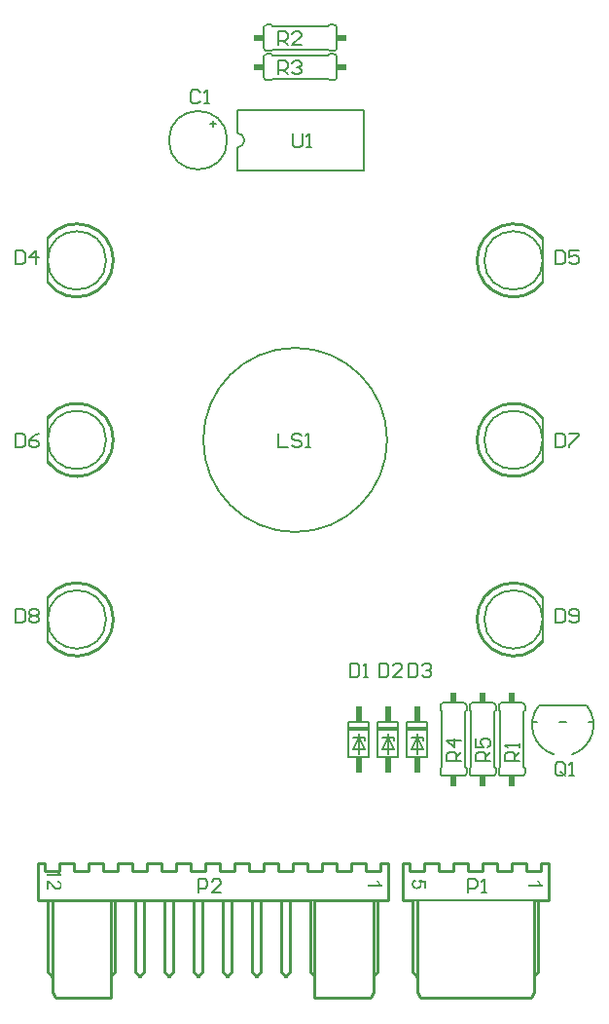
<source format=gto>
G04 Layer_Color=65535*
%FSLAX43Y43*%
%MOMM*%
G71*
G01*
G75*
%ADD20C,0.152*%
%ADD21C,0.200*%
%ADD22C,0.254*%
%ADD23C,0.203*%
%ADD24C,0.127*%
%ADD25R,0.508X1.397*%
%ADD26R,1.778X0.381*%
%ADD27R,0.864X0.610*%
%ADD28R,0.610X0.864*%
G36*
X5951Y1726D02*
X5967Y1724D01*
X5984Y1722D01*
X6003Y1716D01*
X6022Y1710D01*
X6024D01*
X6026Y1709D01*
X6038Y1705D01*
X6053Y1697D01*
X6076Y1686D01*
X6101Y1672D01*
X6130Y1653D01*
X6159Y1634D01*
X6189Y1609D01*
X6191D01*
X6193Y1605D01*
X6205Y1595D01*
X6222Y1580D01*
X6245Y1557D01*
X6272Y1528D01*
X6305Y1493D01*
X6341Y1451D01*
X6381Y1405D01*
X6383Y1403D01*
X6389Y1396D01*
X6397Y1386D01*
X6410Y1373D01*
X6424Y1355D01*
X6441Y1336D01*
X6477Y1294D01*
X6522Y1248D01*
X6566Y1202D01*
X6587Y1179D01*
X6608Y1159D01*
X6629Y1142D01*
X6648Y1127D01*
X6650D01*
X6652Y1123D01*
X6658Y1119D01*
X6666Y1115D01*
X6685Y1104D01*
X6710Y1090D01*
X6739Y1077D01*
X6769Y1065D01*
X6804Y1058D01*
X6836Y1054D01*
X6840D01*
X6852Y1056D01*
X6869Y1058D01*
X6890Y1061D01*
X6915Y1071D01*
X6940Y1083D01*
X6967Y1098D01*
X6992Y1121D01*
X6994Y1125D01*
X7002Y1132D01*
X7011Y1148D01*
X7025Y1167D01*
X7036Y1192D01*
X7046Y1221D01*
X7053Y1255D01*
X7055Y1294D01*
Y1296D01*
Y1300D01*
Y1305D01*
X7053Y1313D01*
X7052Y1332D01*
X7048Y1357D01*
X7038Y1386D01*
X7027Y1417D01*
X7009Y1445D01*
X6986Y1472D01*
X6982Y1474D01*
X6975Y1482D01*
X6959Y1493D01*
X6938Y1505D01*
X6911Y1518D01*
X6881Y1528D01*
X6844Y1536D01*
X6802Y1540D01*
X6819Y1699D01*
X6827D01*
X6836Y1697D01*
X6848Y1695D01*
X6863Y1691D01*
X6881Y1689D01*
X6919Y1678D01*
X6963Y1662D01*
X7007Y1641D01*
X7052Y1613D01*
X7071Y1597D01*
X7090Y1578D01*
X7092Y1576D01*
X7094Y1572D01*
X7100Y1566D01*
X7105Y1559D01*
X7111Y1547D01*
X7121Y1534D01*
X7128Y1518D01*
X7138Y1501D01*
X7146Y1482D01*
X7155Y1461D01*
X7163Y1436D01*
X7169Y1411D01*
X7180Y1353D01*
X7182Y1323D01*
X7184Y1290D01*
Y1288D01*
Y1282D01*
Y1273D01*
X7182Y1259D01*
X7180Y1244D01*
X7178Y1227D01*
X7176Y1207D01*
X7171Y1186D01*
X7159Y1140D01*
X7142Y1092D01*
X7130Y1067D01*
X7117Y1044D01*
X7100Y1023D01*
X7082Y1002D01*
X7080Y1000D01*
X7078Y998D01*
X7073Y992D01*
X7065Y985D01*
X7053Y977D01*
X7042Y967D01*
X7013Y948D01*
X6977Y929D01*
X6934Y912D01*
X6886Y898D01*
X6860Y896D01*
X6833Y894D01*
X6819D01*
X6804Y896D01*
X6785Y898D01*
X6762Y902D01*
X6737Y908D01*
X6710Y915D01*
X6683Y927D01*
X6679Y929D01*
X6669Y933D01*
X6656Y940D01*
X6637Y952D01*
X6614Y965D01*
X6587Y983D01*
X6560Y1006D01*
X6529Y1031D01*
X6525Y1035D01*
X6514Y1044D01*
X6497Y1061D01*
X6485Y1073D01*
X6472Y1086D01*
X6456Y1102D01*
X6439Y1121D01*
X6422Y1140D01*
X6401Y1161D01*
X6379Y1184D01*
X6356Y1211D01*
X6333Y1238D01*
X6307Y1269D01*
X6305Y1271D01*
X6301Y1275D01*
X6295Y1282D01*
X6287Y1292D01*
X6268Y1315D01*
X6243Y1344D01*
X6216Y1373D01*
X6189Y1403D01*
X6166Y1428D01*
X6157Y1438D01*
X6147Y1447D01*
X6145Y1449D01*
X6139Y1453D01*
X6132Y1461D01*
X6120Y1470D01*
X6095Y1492D01*
X6065Y1513D01*
Y892D01*
X5917D01*
Y1728D01*
X5938D01*
X5951Y1726D01*
D02*
G37*
G36*
X34758Y1676D02*
X34760Y1672D01*
X34764Y1664D01*
X34769Y1657D01*
X34775Y1645D01*
X34781Y1632D01*
X34798Y1601D01*
X34819Y1567D01*
X34844Y1528D01*
X34873Y1490D01*
X34904Y1453D01*
X34906Y1451D01*
X34908Y1449D01*
X34919Y1438D01*
X34937Y1421D01*
X34958Y1399D01*
X34985Y1376D01*
X35013Y1353D01*
X35044Y1332D01*
X35075Y1315D01*
Y1213D01*
X33807D01*
Y1369D01*
X34794D01*
X34792Y1371D01*
X34785Y1378D01*
X34775Y1392D01*
X34762Y1409D01*
X34744Y1430D01*
X34727Y1455D01*
X34706Y1484D01*
X34687Y1517D01*
Y1519D01*
X34685Y1520D01*
X34677Y1532D01*
X34668Y1549D01*
X34656Y1570D01*
X34643Y1595D01*
X34631Y1622D01*
X34618Y1651D01*
X34606Y1678D01*
X34758D01*
Y1676D01*
D02*
G37*
G36*
X6867Y2565D02*
X6869Y2561D01*
X6873Y2553D01*
X6879Y2546D01*
X6885Y2534D01*
X6890Y2521D01*
X6908Y2490D01*
X6929Y2456D01*
X6954Y2417D01*
X6982Y2379D01*
X7013Y2342D01*
X7015Y2340D01*
X7017Y2338D01*
X7029Y2327D01*
X7046Y2310D01*
X7067Y2288D01*
X7094Y2265D01*
X7123Y2242D01*
X7153Y2221D01*
X7184Y2204D01*
Y2102D01*
X5917D01*
Y2258D01*
X6904D01*
X6902Y2260D01*
X6894Y2267D01*
X6885Y2281D01*
X6871Y2298D01*
X6854Y2319D01*
X6836Y2344D01*
X6815Y2373D01*
X6796Y2406D01*
Y2408D01*
X6794Y2409D01*
X6787Y2421D01*
X6777Y2438D01*
X6765Y2459D01*
X6752Y2484D01*
X6740Y2511D01*
X6727Y2540D01*
X6716Y2567D01*
X6867D01*
Y2565D01*
D02*
G37*
G36*
X38008Y1642D02*
X38003D01*
X37997Y1640D01*
X37989Y1638D01*
X37968Y1632D01*
X37941Y1624D01*
X37912Y1615D01*
X37884Y1599D01*
X37855Y1582D01*
X37830Y1559D01*
X37828Y1555D01*
X37820Y1548D01*
X37813Y1534D01*
X37801Y1515D01*
X37792Y1492D01*
X37782Y1465D01*
X37774Y1434D01*
X37772Y1402D01*
Y1400D01*
Y1396D01*
Y1390D01*
X37774Y1382D01*
X37776Y1361D01*
X37782Y1334D01*
X37793Y1306D01*
X37807Y1273D01*
X37828Y1242D01*
X37840Y1227D01*
X37855Y1212D01*
X37857D01*
X37859Y1208D01*
X37870Y1200D01*
X37889Y1187D01*
X37914Y1173D01*
X37947Y1160D01*
X37985Y1146D01*
X38030Y1139D01*
X38080Y1135D01*
X38093D01*
X38101Y1137D01*
X38112D01*
X38126Y1139D01*
X38156Y1144D01*
X38189Y1152D01*
X38224Y1165D01*
X38258Y1185D01*
X38289Y1210D01*
X38293Y1213D01*
X38300Y1223D01*
X38314Y1238D01*
X38327Y1261D01*
X38341Y1288D01*
X38354Y1323D01*
X38362Y1361D01*
X38366Y1404D01*
Y1407D01*
Y1417D01*
X38364Y1430D01*
X38362Y1450D01*
X38356Y1471D01*
X38350Y1494D01*
X38341Y1517D01*
X38329Y1540D01*
X38327Y1542D01*
X38323Y1550D01*
X38316Y1561D01*
X38306Y1574D01*
X38293Y1588D01*
X38277Y1603D01*
X38260Y1619D01*
X38241Y1632D01*
X38262Y1778D01*
X38909Y1655D01*
Y1029D01*
X38761D01*
Y1532D01*
X38421Y1601D01*
X38423Y1599D01*
X38425Y1596D01*
X38429Y1590D01*
X38435Y1582D01*
X38441Y1571D01*
X38446Y1559D01*
X38462Y1528D01*
X38477Y1494D01*
X38489Y1454D01*
X38498Y1409D01*
X38502Y1363D01*
Y1361D01*
Y1356D01*
Y1348D01*
X38500Y1336D01*
X38498Y1321D01*
X38496Y1306D01*
X38492Y1286D01*
X38489Y1267D01*
X38473Y1223D01*
X38466Y1200D01*
X38454Y1177D01*
X38441Y1152D01*
X38425Y1129D01*
X38408Y1106D01*
X38387Y1085D01*
X38385Y1083D01*
X38381Y1079D01*
X38375Y1073D01*
X38366Y1068D01*
X38354Y1058D01*
X38341Y1048D01*
X38325Y1039D01*
X38308Y1027D01*
X38287Y1016D01*
X38266Y1006D01*
X38241Y996D01*
X38216Y987D01*
X38187Y981D01*
X38158Y975D01*
X38126Y972D01*
X38093Y970D01*
X38076D01*
X38064Y972D01*
X38049Y973D01*
X38032Y975D01*
X38012Y977D01*
X37991Y981D01*
X37945Y995D01*
X37897Y1012D01*
X37870Y1023D01*
X37845Y1037D01*
X37820Y1052D01*
X37797Y1069D01*
X37795Y1071D01*
X37792Y1075D01*
X37784Y1083D01*
X37774Y1092D01*
X37763Y1104D01*
X37749Y1119D01*
X37736Y1137D01*
X37722Y1158D01*
X37707Y1179D01*
X37694Y1204D01*
X37680Y1233D01*
X37669Y1261D01*
X37659Y1294D01*
X37651Y1327D01*
X37647Y1363D01*
X37646Y1402D01*
Y1404D01*
Y1409D01*
Y1419D01*
X37647Y1430D01*
X37649Y1444D01*
X37651Y1461D01*
X37653Y1480D01*
X37657Y1502D01*
X37669Y1546D01*
X37686Y1592D01*
X37697Y1615D01*
X37711Y1638D01*
X37724Y1661D01*
X37742Y1682D01*
X37744Y1684D01*
X37745Y1686D01*
X37751Y1692D01*
X37759Y1699D01*
X37768Y1707D01*
X37780Y1717D01*
X37793Y1726D01*
X37809Y1738D01*
X37845Y1759D01*
X37889Y1780D01*
X37939Y1795D01*
X37968Y1801D01*
X37997Y1805D01*
X38008Y1642D01*
D02*
G37*
G36*
X48728Y1676D02*
X48730Y1672D01*
X48734Y1664D01*
X48739Y1657D01*
X48745Y1645D01*
X48751Y1632D01*
X48768Y1601D01*
X48789Y1567D01*
X48814Y1528D01*
X48843Y1490D01*
X48874Y1453D01*
X48876Y1451D01*
X48878Y1449D01*
X48889Y1438D01*
X48907Y1421D01*
X48928Y1399D01*
X48955Y1376D01*
X48983Y1353D01*
X49014Y1332D01*
X49045Y1315D01*
Y1213D01*
X47777D01*
Y1369D01*
X48764D01*
X48762Y1371D01*
X48755Y1378D01*
X48745Y1392D01*
X48732Y1409D01*
X48714Y1430D01*
X48697Y1455D01*
X48676Y1484D01*
X48657Y1517D01*
Y1519D01*
X48655Y1520D01*
X48647Y1532D01*
X48638Y1549D01*
X48626Y1570D01*
X48613Y1595D01*
X48601Y1622D01*
X48588Y1651D01*
X48576Y1678D01*
X48728D01*
Y1676D01*
D02*
G37*
D20*
X51587Y12675D02*
G03*
X52895Y16891I-792J2557D01*
G01*
X48692D02*
G03*
X50013Y12675I2107J-1655D01*
G01*
X30861Y73787D02*
G03*
X31115Y74041I0J254D01*
G01*
Y75819D02*
G03*
X30861Y76073I-254J0D01*
G01*
X25019D02*
G03*
X24765Y75819I0J-254D01*
G01*
Y74041D02*
G03*
X25019Y73787I254J0D01*
G01*
X30861Y71247D02*
G03*
X31115Y71501I0J254D01*
G01*
Y73279D02*
G03*
X30861Y73533I-254J0D01*
G01*
X25019D02*
G03*
X24765Y73279I0J-254D01*
G01*
Y71501D02*
G03*
X25019Y71247I254J0D01*
G01*
X21590Y66040D02*
G03*
X21590Y66040I-2540J0D01*
G01*
X11040Y55600D02*
G03*
X11040Y55600I-2540J0D01*
G01*
Y40000D02*
G03*
X11040Y40000I-2540J0D01*
G01*
Y24400D02*
G03*
X11040Y24400I-2540J0D01*
G01*
X49040Y55600D02*
G03*
X49040Y55600I-2540J0D01*
G01*
Y40000D02*
G03*
X49040Y40000I-2540J0D01*
G01*
Y24400D02*
G03*
X49040Y24400I-2540J0D01*
G01*
X42418Y16891D02*
G03*
X42164Y17145I-254J0D01*
G01*
X40386D02*
G03*
X40132Y16891I0J-254D01*
G01*
Y11049D02*
G03*
X40386Y10795I254J0D01*
G01*
X42164D02*
G03*
X42418Y11049I0J254D01*
G01*
X42672D02*
G03*
X42926Y10795I254J0D01*
G01*
X44704D02*
G03*
X44958Y11049I0J254D01*
G01*
Y16891D02*
G03*
X44704Y17145I-254J0D01*
G01*
X42926D02*
G03*
X42672Y16891I0J-254D01*
G01*
X47498D02*
G03*
X47244Y17145I-254J0D01*
G01*
X45466D02*
G03*
X45212Y16891I0J-254D01*
G01*
Y11049D02*
G03*
X45466Y10795I254J0D01*
G01*
X47244D02*
G03*
X47498Y11049I0J254D01*
G01*
X38100Y14097D02*
X38608D01*
Y13843D02*
Y14097D01*
X37592D02*
X38100D01*
X38608Y13081D01*
X38100Y12700D02*
Y14097D01*
X37592Y13081D02*
X38100Y14097D01*
X37592Y13081D02*
X38608D01*
X38100Y14097D02*
Y14478D01*
X37211Y15494D02*
X38989D01*
X37211Y12446D02*
X38989D01*
Y15494D01*
X37211Y12446D02*
Y15494D01*
X35560Y14097D02*
X36068D01*
Y13843D02*
Y14097D01*
X35052D02*
X35560D01*
X36068Y13081D01*
X35560Y12700D02*
Y14097D01*
X35052Y13081D02*
X35560Y14097D01*
X35052Y13081D02*
X36068D01*
X35560Y14097D02*
Y14478D01*
X34671Y15494D02*
X36449D01*
X34671Y12446D02*
X36449D01*
Y15494D01*
X34671Y12446D02*
Y15494D01*
X33020Y14097D02*
X33528D01*
Y13843D02*
Y14097D01*
X32512D02*
X33020D01*
X33528Y13081D01*
X33020Y12700D02*
Y14097D01*
X32512Y13081D02*
X33020Y14097D01*
X32512Y13081D02*
X33528D01*
X33020Y14097D02*
Y14478D01*
X32131Y15494D02*
X33909D01*
X32131Y12446D02*
X33909D01*
Y15494D01*
X32131Y12446D02*
Y15494D01*
X48692Y16891D02*
X52895D01*
X53054Y15494D02*
X53455D01*
X50495D02*
X51086D01*
X48133D02*
X48539D01*
X31115Y74041D02*
Y75819D01*
X30480Y73787D02*
X30861D01*
X30353Y73914D02*
X30480Y73787D01*
Y76073D02*
X30861D01*
X30353Y75946D02*
X30480Y76073D01*
X25400Y73787D02*
X25527Y73914D01*
X30353D01*
X25400Y76073D02*
X25527Y75946D01*
X30353D01*
X25019Y73787D02*
X25400D01*
X25019Y76073D02*
X25400D01*
X24765Y74041D02*
Y75819D01*
X31115Y71501D02*
Y73279D01*
X30480Y71247D02*
X30861D01*
X30353Y71374D02*
X30480Y71247D01*
Y73533D02*
X30861D01*
X30353Y73406D02*
X30480Y73533D01*
X25400Y71247D02*
X25527Y71374D01*
X30353D01*
X25400Y73533D02*
X25527Y73406D01*
X30353D01*
X25019Y71247D02*
X25400D01*
X25019Y73533D02*
X25400D01*
X24765Y71501D02*
Y73279D01*
X20320Y67437D02*
X20574D01*
X20320Y67183D02*
Y67437D01*
X20066D02*
X20320D01*
Y67691D01*
X40386Y17145D02*
X42164D01*
X42418Y16510D02*
Y16891D01*
X42291Y16383D02*
X42418Y16510D01*
X40132D02*
Y16891D01*
Y16510D02*
X40259Y16383D01*
X42291Y11557D02*
X42418Y11430D01*
X42291Y11557D02*
Y16383D01*
X40132Y11430D02*
X40259Y11557D01*
Y16383D01*
X42418Y11049D02*
Y11430D01*
X40132Y11049D02*
Y11430D01*
X40386Y10795D02*
X42164D01*
X42926D02*
X44704D01*
X42672Y11049D02*
Y11430D01*
X42799Y11557D01*
X44958Y11049D02*
Y11430D01*
X44831Y11557D02*
X44958Y11430D01*
X42672Y16510D02*
X42799Y16383D01*
Y11557D02*
Y16383D01*
X44831D02*
X44958Y16510D01*
X44831Y11557D02*
Y16383D01*
X42672Y16510D02*
Y16891D01*
X44958Y16510D02*
Y16891D01*
X42926Y17145D02*
X44704D01*
X45466D02*
X47244D01*
X47498Y16510D02*
Y16891D01*
X47371Y16383D02*
X47498Y16510D01*
X45212D02*
Y16891D01*
Y16510D02*
X45339Y16383D01*
X47371Y11557D02*
X47498Y11430D01*
X47371Y11557D02*
Y16383D01*
X45212Y11430D02*
X45339Y11557D01*
Y16383D01*
X47498Y11049D02*
Y11430D01*
X45212Y11049D02*
Y11430D01*
X45466Y10795D02*
X47244D01*
D21*
X22440Y65405D02*
G03*
X22440Y66675I0J635D01*
G01*
Y63390D02*
Y65405D01*
Y66675D02*
Y68690D01*
X33440Y63390D02*
Y68690D01*
X22440Y63390D02*
X33440D01*
X22440Y68690D02*
X33440D01*
X19215Y70215D02*
X19015Y70415D01*
X18615D01*
X18415Y70215D01*
Y69415D01*
X18615Y69215D01*
X19015D01*
X19215Y69415D01*
X19615Y69215D02*
X20014D01*
X19815D01*
Y70415D01*
X19615Y70215D01*
X32258Y20580D02*
Y19380D01*
X32858D01*
X33058Y19580D01*
Y20380D01*
X32858Y20580D01*
X32258D01*
X33458Y19380D02*
X33857D01*
X33658D01*
Y20580D01*
X33458Y20380D01*
X34798Y20580D02*
Y19380D01*
X35398D01*
X35598Y19580D01*
Y20380D01*
X35398Y20580D01*
X34798D01*
X36797Y19380D02*
X35998D01*
X36797Y20180D01*
Y20380D01*
X36597Y20580D01*
X36198D01*
X35998Y20380D01*
X37338Y20580D02*
Y19380D01*
X37938D01*
X38138Y19580D01*
Y20380D01*
X37938Y20580D01*
X37338D01*
X38538Y20380D02*
X38738Y20580D01*
X39137D01*
X39337Y20380D01*
Y20180D01*
X39137Y19980D01*
X38937D01*
X39137D01*
X39337Y19780D01*
Y19580D01*
X39137Y19380D01*
X38738D01*
X38538Y19580D01*
X3175Y56445D02*
Y55245D01*
X3775D01*
X3975Y55445D01*
Y56245D01*
X3775Y56445D01*
X3175D01*
X4974Y55245D02*
Y56445D01*
X4375Y55845D01*
X5174D01*
X50165Y56445D02*
Y55245D01*
X50765D01*
X50965Y55445D01*
Y56245D01*
X50765Y56445D01*
X50165D01*
X52164D02*
X51365D01*
Y55845D01*
X51764Y56045D01*
X51964D01*
X52164Y55845D01*
Y55445D01*
X51964Y55245D01*
X51565D01*
X51365Y55445D01*
X3175Y40570D02*
Y39370D01*
X3775D01*
X3975Y39570D01*
Y40370D01*
X3775Y40570D01*
X3175D01*
X5174D02*
X4774Y40370D01*
X4375Y39970D01*
Y39570D01*
X4575Y39370D01*
X4974D01*
X5174Y39570D01*
Y39770D01*
X4974Y39970D01*
X4375D01*
X50165Y40570D02*
Y39370D01*
X50765D01*
X50965Y39570D01*
Y40370D01*
X50765Y40570D01*
X50165D01*
X51365D02*
X52164D01*
Y40370D01*
X51365Y39570D01*
Y39370D01*
X3175Y25330D02*
Y24130D01*
X3775D01*
X3975Y24330D01*
Y25130D01*
X3775Y25330D01*
X3175D01*
X4375Y25130D02*
X4575Y25330D01*
X4974D01*
X5174Y25130D01*
Y24930D01*
X4974Y24730D01*
X5174Y24530D01*
Y24330D01*
X4974Y24130D01*
X4575D01*
X4375Y24330D01*
Y24530D01*
X4575Y24730D01*
X4375Y24930D01*
Y25130D01*
X4575Y24730D02*
X4974D01*
X50165Y25330D02*
Y24130D01*
X50765D01*
X50965Y24330D01*
Y25130D01*
X50765Y25330D01*
X50165D01*
X51365Y24330D02*
X51565Y24130D01*
X51964D01*
X52164Y24330D01*
Y25130D01*
X51964Y25330D01*
X51565D01*
X51365Y25130D01*
Y24930D01*
X51565Y24730D01*
X52164D01*
X26035Y40570D02*
Y39370D01*
X26835D01*
X28034Y40370D02*
X27834Y40570D01*
X27435D01*
X27235Y40370D01*
Y40170D01*
X27435Y39970D01*
X27834D01*
X28034Y39770D01*
Y39570D01*
X27834Y39370D01*
X27435D01*
X27235Y39570D01*
X28434Y39370D02*
X28834D01*
X28634D01*
Y40570D01*
X28434Y40370D01*
X42545Y635D02*
Y1835D01*
X43145D01*
X43345Y1635D01*
Y1235D01*
X43145Y1035D01*
X42545D01*
X43745Y635D02*
X44144D01*
X43945D01*
Y1835D01*
X43745Y1635D01*
X19050Y635D02*
Y1835D01*
X19650D01*
X19850Y1635D01*
Y1235D01*
X19650Y1035D01*
X19050D01*
X21049Y635D02*
X20250D01*
X21049Y1435D01*
Y1635D01*
X20849Y1835D01*
X20450D01*
X20250Y1635D01*
X50965Y10995D02*
Y11795D01*
X50765Y11995D01*
X50365D01*
X50165Y11795D01*
Y10995D01*
X50365Y10795D01*
X50765D01*
X50565Y11195D02*
X50965Y10795D01*
X50765D02*
X50965Y10995D01*
X51365Y10795D02*
X51764D01*
X51565D01*
Y11995D01*
X51365Y11795D01*
X46990Y12065D02*
X45790D01*
Y12665D01*
X45990Y12865D01*
X46390D01*
X46590Y12665D01*
Y12065D01*
Y12465D02*
X46990Y12865D01*
Y13265D02*
Y13664D01*
Y13465D01*
X45790D01*
X45990Y13265D01*
X26035Y74295D02*
Y75495D01*
X26635D01*
X26835Y75295D01*
Y74895D01*
X26635Y74695D01*
X26035D01*
X26435D02*
X26835Y74295D01*
X28034D02*
X27235D01*
X28034Y75095D01*
Y75295D01*
X27834Y75495D01*
X27435D01*
X27235Y75295D01*
X26035Y71755D02*
Y72955D01*
X26635D01*
X26835Y72755D01*
Y72355D01*
X26635Y72155D01*
X26035D01*
X26435D02*
X26835Y71755D01*
X27235Y72755D02*
X27435Y72955D01*
X27834D01*
X28034Y72755D01*
Y72555D01*
X27834Y72355D01*
X27634D01*
X27834D01*
X28034Y72155D01*
Y71955D01*
X27834Y71755D01*
X27435D01*
X27235Y71955D01*
X41910Y12065D02*
X40710D01*
Y12665D01*
X40910Y12865D01*
X41310D01*
X41510Y12665D01*
Y12065D01*
Y12465D02*
X41910Y12865D01*
Y13864D02*
X40710D01*
X41310Y13265D01*
Y14064D01*
X44450Y12065D02*
X43250D01*
Y12665D01*
X43450Y12865D01*
X43850D01*
X44050Y12665D01*
Y12065D01*
Y12465D02*
X44450Y12865D01*
X43250Y14064D02*
Y13265D01*
X43850D01*
X43650Y13664D01*
Y13864D01*
X43850Y14064D01*
X44250D01*
X44450Y13864D01*
Y13465D01*
X44250Y13265D01*
X27305Y66605D02*
Y65605D01*
X27505Y65405D01*
X27905D01*
X28105Y65605D01*
Y66605D01*
X28505Y65405D02*
X28904D01*
X28705D01*
Y66605D01*
X28505Y66405D01*
D22*
X5960Y53695D02*
G03*
X5960Y57505I2540J1905D01*
G01*
Y38095D02*
G03*
X5960Y41905I2540J1905D01*
G01*
Y22495D02*
G03*
X5960Y26305I2540J1905D01*
G01*
X49040Y57505D02*
G03*
X49040Y53695I-2540J-1905D01*
G01*
Y41905D02*
G03*
X49040Y38095I-2540J-1905D01*
G01*
Y26305D02*
G03*
X49040Y22495I-2540J-1905D01*
G01*
X48311Y-6579D02*
X48641Y-6223D01*
Y0D01*
X37719Y-6223D02*
X38049Y-6579D01*
X37719Y-6223D02*
Y0D01*
X38354Y-8509D02*
X43231D01*
X38100Y-8001D02*
X38354Y-8509D01*
X38100Y-8001D02*
Y0D01*
X43129Y-8509D02*
X48006D01*
X48260Y-8001D01*
Y0D01*
X49530D01*
X36830D02*
X37719D01*
X36830D02*
Y3175D01*
X37465D01*
Y2540D02*
Y3175D01*
Y2540D02*
X38735D01*
Y3175D01*
X40005D01*
Y2540D02*
Y3175D01*
Y2540D02*
X41275D01*
Y3175D01*
X42545D01*
Y2540D02*
Y3175D01*
Y2540D02*
X43815D01*
Y3175D01*
X45085D01*
Y2540D02*
Y3175D01*
Y2540D02*
X46355D01*
Y3175D01*
X47625D01*
Y2540D02*
Y3175D01*
Y2540D02*
X48895D01*
Y3175D01*
X49530D01*
Y0D02*
Y3175D01*
X16129Y-6223D02*
X16459Y-6579D01*
X16129Y-6223D02*
Y0D01*
X16561Y-6579D02*
X16891Y-6223D01*
Y0D01*
X14605Y3175D02*
X15875D01*
Y2540D02*
Y3175D01*
Y2540D02*
X17145D01*
Y3175D01*
X18415D01*
X18669Y-6223D02*
X18999Y-6579D01*
X18669Y-6223D02*
Y0D01*
X19101Y-6579D02*
X19431Y-6223D01*
Y0D01*
X18415Y2540D02*
Y3175D01*
Y2540D02*
X19685D01*
Y3175D01*
X20955D01*
X21209Y-6223D02*
X21539Y-6579D01*
X21209Y-6223D02*
Y0D01*
X21641Y-6579D02*
X21971Y-6223D01*
Y0D01*
X20955Y2540D02*
Y3175D01*
Y2540D02*
X22225D01*
Y3175D01*
X23495D01*
X13589Y-6223D02*
X13919Y-6579D01*
X13589Y-6223D02*
Y0D01*
X14021Y-6579D02*
X14351Y-6223D01*
Y0D01*
X12065Y3175D02*
X13335D01*
Y2540D02*
Y3175D01*
Y2540D02*
X14605D01*
Y3175D01*
X23749Y-6223D02*
X24079Y-6579D01*
X23749Y-6223D02*
Y0D01*
X24181Y-6579D02*
X24511Y-6223D01*
Y0D01*
X23495Y2540D02*
Y3175D01*
Y2540D02*
X24765D01*
Y3175D01*
X26035D01*
X26289Y-6223D02*
X26619Y-6579D01*
X26289Y-6223D02*
Y0D01*
X26721Y-6579D02*
X27051Y-6223D01*
Y0D01*
X26035Y2540D02*
Y3175D01*
Y2540D02*
X27305D01*
Y3175D01*
X28575D01*
X11481Y-6579D02*
X11811Y-6223D01*
Y0D01*
X34341Y-6579D02*
X34671Y-6223D01*
Y0D01*
X5969Y-6223D02*
X6299Y-6579D01*
X5969Y-6223D02*
Y0D01*
X28829Y-6223D02*
X29159Y-6579D01*
X28829Y-6223D02*
Y0D01*
X11481Y-8509D02*
Y0D01*
X6604Y-8509D02*
X11481D01*
X6350Y-8001D02*
X6604Y-8509D01*
X6350Y-8001D02*
Y0D01*
X29159Y-6579D02*
Y0D01*
Y-8509D02*
Y-6579D01*
Y-8509D02*
X34036D01*
X34290Y-8001D01*
Y0D01*
X35560D01*
X29159D02*
X34290D01*
X26289D02*
X28829D01*
X23749D02*
X26289D01*
X21209D02*
X23749D01*
X18669D02*
X21209D01*
X16129D02*
X18669D01*
X13589D02*
X16129D01*
X5969D02*
X13589D01*
X5080D02*
X5969D01*
X5080D02*
Y3175D01*
X5715D01*
Y2540D02*
Y3175D01*
Y2540D02*
X6985D01*
Y3175D01*
X8255D01*
Y2540D02*
Y3175D01*
Y2540D02*
X9525D01*
Y3175D01*
X10795D01*
Y2540D02*
Y3175D01*
Y2540D02*
X12065D01*
Y3175D01*
X28575Y2540D02*
Y3175D01*
Y2540D02*
X29845D01*
Y3175D01*
X31115D01*
Y2540D02*
Y3175D01*
Y2540D02*
X32385D01*
Y3175D01*
X33655D01*
Y2540D02*
Y3175D01*
Y2540D02*
X34925D01*
Y3175D01*
X35560D01*
Y0D02*
Y3175D01*
D23*
X35500Y40000D02*
G03*
X35500Y40000I-8000J0D01*
G01*
X5960Y53695D02*
Y57505D01*
Y38095D02*
Y41905D01*
Y22495D02*
Y26305D01*
X49040Y53695D02*
Y57505D01*
Y38095D02*
Y41905D01*
Y22495D02*
Y26305D01*
D24*
X37719Y0D02*
X48260D01*
X28829D02*
X29159D01*
D25*
X38100Y16192D02*
D03*
Y11748D02*
D03*
X35560Y16192D02*
D03*
Y11748D02*
D03*
X33020Y16192D02*
D03*
Y11748D02*
D03*
D26*
X38100Y14922D02*
D03*
X35560D02*
D03*
X33020D02*
D03*
D27*
X24333Y74930D02*
D03*
X31547D02*
D03*
X24333Y72390D02*
D03*
X31547D02*
D03*
D28*
X41275Y10363D02*
D03*
Y17577D02*
D03*
X43815D02*
D03*
Y10363D02*
D03*
X46355D02*
D03*
Y17577D02*
D03*
M02*

</source>
